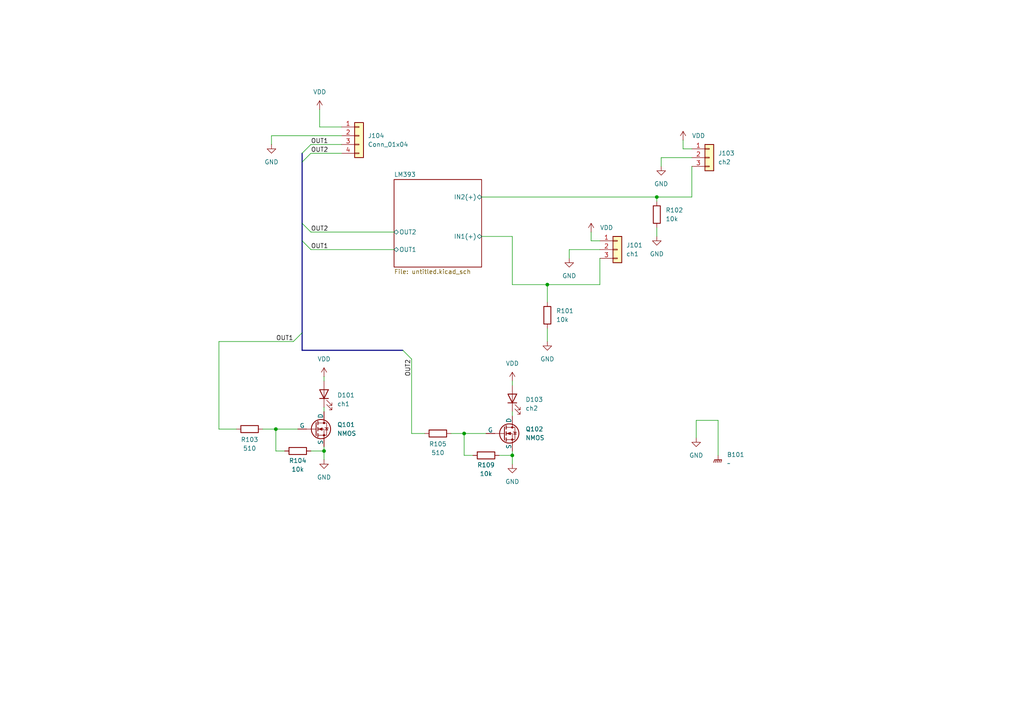
<source format=kicad_sch>
(kicad_sch (version 20250114) (generator "eeschema") (generator_version "9.0")
  (paper "A4")
  (lib_symbols
    (symbol "Connector_Generic:Conn_01x03" (pin_names (offset 1.016) (hide yes))
      (property "Reference" "J" (at 0 5.08 0))
      (property "Value" "Conn_01x03" (at 0 -5.08 0))
      (symbol "Conn_01x03_1_1"
        (rectangle (start -1.27 3.81) (end 1.27 -3.81) (stroke (width 0.254)) (fill (type background)))
        (rectangle (start -1.27 2.667) (end 0 2.413) (stroke (width 0.1524)))
        (rectangle (start -1.27 0.127) (end 0 -0.127) (stroke (width 0.1524)))
        (rectangle (start -1.27 -2.413) (end 0 -2.667) (stroke (width 0.1524)))
        (pin passive line (at -5.08 2.54 0) (length 3.81) (name "Pin_1") (number "1"))
        (pin passive line (at -5.08 0 0) (length 3.81) (name "Pin_2") (number "2"))
        (pin passive line (at -5.08 -2.54 0) (length 3.81) (name "Pin_3") (number "3"))
      )
    )
    (symbol "Connector_Generic:Conn_01x04" (pin_names (offset 1.016) (hide yes))
      (property "Reference" "J" (at 0 5.08 0))
      (property "Value" "Conn_01x04" (at 0 -7.62 0))
      (symbol "Conn_01x04_1_1"
        (rectangle (start -1.27 3.81) (end 1.27 -6.35) (stroke (width 0.254)) (fill (type background)))
        (rectangle (start -1.27 2.667) (end 0 2.413) (stroke (width 0.1524)))
        (rectangle (start -1.27 0.127) (end 0 -0.127) (stroke (width 0.1524)))
        (rectangle (start -1.27 -2.413) (end 0 -2.667) (stroke (width 0.1524)))
        (rectangle (start -1.27 -4.953) (end 0 -5.207) (stroke (width 0.1524)))
        (pin passive line (at -5.08 2.54 0) (length 3.81) (name "Pin_1") (number "1"))
        (pin passive line (at -5.08 0 0) (length 3.81) (name "Pin_2") (number "2"))
        (pin passive line (at -5.08 -2.54 0) (length 3.81) (name "Pin_3") (number "3"))
        (pin passive line (at -5.08 -5.08 0) (length 3.81) (name "Pin_4") (number "4"))
      )
    )
    (symbol "Device:LED" (pin_numbers (hide yes)) (pin_names (offset 1.016) (hide yes))
      (property "Reference" "D" (at 0 2.54 0))
      (property "Value" "LED" (at 0 -2.54 0))
      (symbol "LED_0_1"
        (polyline (pts (xy -3.048 -0.762) (xy -4.572 -2.286) (xy -3.81 -2.286) (xy -4.572 -2.286) (xy -4.572 -1.524)))
        (polyline (pts (xy -1.778 -0.762) (xy -3.302 -2.286) (xy -2.54 -2.286) (xy -3.302 -2.286) (xy -3.302 -1.524)))
        (polyline (pts (xy -1.27 0) (xy 1.27 0)))
        (polyline (pts (xy -1.27 -1.27) (xy -1.27 1.27)) (stroke (width 0.254)))
        (polyline (pts (xy 1.27 -1.27) (xy 1.27 1.27) (xy -1.27 0) (xy 1.27 -1.27)) (stroke (width 0.254)))
      )
      (symbol "LED_1_1"
        (pin passive line (at -3.81 0 0) (length 2.54) (name "K") (number "1"))
        (pin passive line (at 3.81 0 180) (length 2.54) (name "A") (number "2"))
      )
    )
    (symbol "Device:R" (pin_numbers (hide yes)) (pin_names (offset 0))
      (property "Reference" "R" (at 2.032 0 90))
      (property "Value" "R" (at 0 0 90))
      (symbol "R_0_1"
        (rectangle (start -1.016 -2.54) (end 1.016 2.54) (stroke (width 0.254)))
      )
      (symbol "R_1_1"
        (pin passive line (at 0 3.81 270) (length 1.27) (name "~") (number "1"))
        (pin passive line (at 0 -3.81 90) (length 1.27) (name "~") (number "2"))
      )
    )
    (symbol "Simulation_SPICE:NMOS" (pin_numbers (hide yes)) (pin_names (offset 0))
      (property "Reference" "Q" (at 5.08 1.27 0))
      (property "Value" "NMOS" (at 5.08 -1.27 0))
      (symbol "NMOS_0_1"
        (polyline (pts (xy 0.254 1.905) (xy 0.254 -1.905)) (stroke (width 0.254)))
        (polyline (pts (xy 0.254 0) (xy -2.54 0)))
        (polyline (pts (xy 0.762 2.286) (xy 0.762 1.27)) (stroke (width 0.254)))
        (polyline (pts (xy 0.762 0.508) (xy 0.762 -0.508)) (stroke (width 0.254)))
        (polyline (pts (xy 0.762 -1.27) (xy 0.762 -2.286)) (stroke (width 0.254)))
        (polyline (pts (xy 0.762 -1.778) (xy 3.302 -1.778) (xy 3.302 1.778) (xy 0.762 1.778)))
        (polyline (pts (xy 1.016 0) (xy 2.032 0.381) (xy 2.032 -0.381) (xy 1.016 0)) (fill (type outline)))
        (circle (center 1.651 0) (radius 2.794) (stroke (width 0.254)))
        (polyline (pts (xy 2.54 2.54) (xy 2.54 1.778)))
        (circle (center 2.54 1.778) (radius 0.254) (fill (type outline)))
        (circle (center 2.54 -1.778) (radius 0.254) (fill (type outline)))
        (polyline (pts (xy 2.54 -2.54) (xy 2.54 0) (xy 0.762 0)))
        (polyline (pts (xy 2.794 0.508) (xy 2.921 0.381) (xy 3.683 0.381) (xy 3.81 0.254)))
        (polyline (pts (xy 3.302 0.381) (xy 2.921 -0.254) (xy 3.683 -0.254) (xy 3.302 0.381)))
      )
      (symbol "NMOS_1_1"
        (pin input line (at -5.08 0 0) (length 2.54) (name "G") (number "2"))
        (pin passive line (at 2.54 5.08 270) (length 2.54) (name "D") (number "1"))
        (pin passive line (at 2.54 -5.08 90) (length 2.54) (name "S") (number "3"))
      )
    )
    (symbol "WOBCLibrary:Board"
      (property "Reference" "B" (at 0 2.54 0))
      (symbol "Board_0_1"
        (polyline (pts (xy -1.016 -1.27) (xy -1.27 -2.032) (xy -1.27 -2.032)) (stroke (width 0.2032)))
        (polyline (pts (xy -0.508 -1.27) (xy -0.762 -2.032) (xy -0.762 -2.032)) (stroke (width 0.2032)))
        (polyline (pts (xy 0 -1.27) (xy 0 0)))
        (polyline (pts (xy 0 -1.27) (xy -0.254 -2.032) (xy -0.254 -2.032)) (stroke (width 0.2032)))
        (polyline (pts (xy 0.508 -1.27) (xy 0.254 -2.032) (xy 0.254 -2.032)) (stroke (width 0.2032)))
        (polyline (pts (xy 1.016 -1.27) (xy -1.016 -1.27) (xy -1.016 -1.27)) (stroke (width 0.2032)))
        (polyline (pts (xy 1.016 -1.27) (xy 0.762 -2.032) (xy 0.762 -2.032) (xy 0.762 -2.032)) (stroke (width 0.2032)))
      )
      (symbol "Board_1_1"
        (pin power_in line (at 0 0 270) (length 0) (hide yes) (name "GND") (number "GND"))
      )
    )
    (symbol "power:GND" (power) (pin_numbers (hide yes)) (pin_names (offset 0) (hide yes))
      (property "Value" "GND" (at 0 -3.81 0))
      (symbol "GND_0_1"
        (polyline (pts (xy 0 0) (xy 0 -1.27) (xy 1.27 -1.27) (xy 0 -2.54) (xy -1.27 -1.27) (xy 0 -1.27)))
      )
      (symbol "GND_1_1"
        (pin power_in line (at 0 0 270) (length 0) (name "~") (number "1"))
      )
    )
    (symbol "power:VDD" (power) (pin_numbers (hide yes)) (pin_names (offset 0) (hide yes))
      (property "Value" "VDD" (at 0 3.556 0))
      (symbol "VDD_0_1"
        (polyline (pts (xy -0.762 1.27) (xy 0 2.54)))
        (polyline (pts (xy 0 2.54) (xy 0.762 1.27)))
        (polyline (pts (xy 0 0) (xy 0 2.54)))
      )
      (symbol "VDD_1_1"
        (pin power_in line (at 0 0 90) (length 0) (name "~") (number "1"))
      )
    )
  )
  (junction (at 158.75 82.55))
  (junction (at 148.59 132.08))
  (junction (at 134.62 125.73))
  (junction (at 190.5 57.15))
  (junction (at 80.01 124.46))
  (junction (at 93.98 130.81))
  (bus_entry (at 87.63 64.77) (size 2.54 2.54))
  (bus_entry (at 85.09 99.06) (size 2.54 -2.54))
  (bus_entry (at 87.63 44.45) (size 2.54 -2.54))
  (bus_entry (at 87.63 46.99) (size 2.54 -2.54))
  (bus_entry (at 87.63 69.85) (size 2.54 2.54))
  (bus_entry (at 116.84 101.6) (size 2.54 2.54))
  (wire (pts (xy 137.16 132.08) (xy 134.62 132.08)))
  (wire (pts (xy 171.45 69.85) (xy 173.99 69.85)))
  (wire (pts (xy 200.66 48.26) (xy 200.66 57.15)))
  (wire (pts (xy 93.98 129.54) (xy 93.98 130.81)))
  (wire (pts (xy 148.59 119.38) (xy 148.59 120.65)))
  (wire (pts (xy 119.38 104.14) (xy 119.38 125.73)))
  (wire (pts (xy 63.5 124.46) (xy 63.5 99.06)))
  (wire (pts (xy 148.59 110.49) (xy 148.59 111.76)))
  (wire (pts (xy 134.62 132.08) (xy 134.62 125.73)))
  (wire (pts (xy 148.59 130.81) (xy 148.59 132.08)))
  (wire (pts (xy 80.01 130.81) (xy 80.01 124.46)))
  (wire (pts (xy 93.98 110.49) (xy 93.98 109.22)))
  (wire (pts (xy 93.98 130.81) (xy 93.98 133.35)))
  (wire (pts (xy 165.1 74.93) (xy 165.1 72.39)))
  (bus (pts (xy 87.63 44.45) (xy 87.63 46.99)))
  (bus (pts (xy 87.63 69.85) (xy 87.63 96.52)))
  (wire (pts (xy 93.98 118.11) (xy 93.98 119.38)))
  (wire (pts (xy 80.01 124.46) (xy 86.36 124.46)))
  (wire (pts (xy 171.45 67.31) (xy 171.45 69.85)))
  (wire (pts (xy 201.93 121.92) (xy 201.93 127)))
  (wire (pts (xy 200.66 57.15) (xy 190.5 57.15)))
  (wire (pts (xy 158.75 82.55) (xy 173.99 82.55)))
  (bus (pts (xy 87.63 64.77) (xy 87.63 69.85)))
  (wire (pts (xy 134.62 125.73) (xy 140.97 125.73)))
  (wire (pts (xy 158.75 82.55) (xy 158.75 87.63)))
  (wire (pts (xy 148.59 82.55) (xy 158.75 82.55)))
  (wire (pts (xy 139.7 57.15) (xy 190.5 57.15)))
  (wire (pts (xy 191.77 48.26) (xy 191.77 45.72)))
  (wire (pts (xy 90.17 130.81) (xy 93.98 130.81)))
  (wire (pts (xy 148.59 132.08) (xy 148.59 134.62)))
  (wire (pts (xy 198.12 43.18) (xy 200.66 43.18)))
  (wire (pts (xy 139.7 68.58) (xy 148.59 68.58)))
  (wire (pts (xy 63.5 99.06) (xy 85.09 99.06)))
  (wire (pts (xy 208.28 121.92) (xy 201.93 121.92)))
  (wire (pts (xy 130.81 125.73) (xy 134.62 125.73)))
  (wire (pts (xy 76.2 124.46) (xy 80.01 124.46)))
  (wire (pts (xy 99.06 39.37) (xy 78.74 39.37)))
  (wire (pts (xy 191.77 45.72) (xy 200.66 45.72)))
  (wire (pts (xy 92.71 36.83) (xy 99.06 36.83)))
  (wire (pts (xy 78.74 39.37) (xy 78.74 41.91)))
  (wire (pts (xy 92.71 31.75) (xy 92.71 36.83)))
  (wire (pts (xy 198.12 40.64) (xy 198.12 43.18)))
  (wire (pts (xy 90.17 72.39) (xy 114.3 72.39)))
  (wire (pts (xy 165.1 72.39) (xy 173.99 72.39)))
  (wire (pts (xy 63.5 124.46) (xy 68.58 124.46)))
  (wire (pts (xy 148.59 68.58) (xy 148.59 82.55)))
  (wire (pts (xy 90.17 67.31) (xy 114.3 67.31)))
  (bus (pts (xy 87.63 46.99) (xy 87.63 64.77)))
  (bus (pts (xy 87.63 96.52) (xy 87.63 101.6)))
  (wire (pts (xy 90.17 41.91) (xy 99.06 41.91)))
  (wire (pts (xy 144.78 132.08) (xy 148.59 132.08)))
  (wire (pts (xy 208.28 132.08) (xy 208.28 121.92)))
  (bus (pts (xy 87.63 101.6) (xy 116.84 101.6)))
  (wire (pts (xy 119.38 125.73) (xy 123.19 125.73)))
  (wire (pts (xy 90.17 44.45) (xy 99.06 44.45)))
  (wire (pts (xy 173.99 74.93) (xy 173.99 82.55)))
  (wire (pts (xy 190.5 57.15) (xy 190.5 58.42)))
  (wire (pts (xy 158.75 95.25) (xy 158.75 99.06)))
  (wire (pts (xy 82.55 130.81) (xy 80.01 130.81)))
  (wire (pts (xy 190.5 66.04) (xy 190.5 68.58)))
  (label "OUT2" (at 119.38 104.14 270))
  (label "OUT2" (at 90.17 44.45 0))
  (label "OUT1" (at 90.17 72.39 0))
  (label "OUT1" (at 85.09 99.06 180))
  (label "OUT2" (at 90.17 67.31 0))
  (label "OUT1" (at 90.17 41.91 0))
  (symbol (lib_id "Device:LED") (at 148.59 115.57 90) (unit 1)
    (property "Reference" "D103" (at 152.4 115.8874 90) (effects (justify right)))
    (property "Value" "ch2" (at 152.4 118.4274 90) (effects (justify right)))
    (property "Footprint" "LED_SMD:LED_0805_2012Metric" (effects (hide yes)))
    (property "Description" "Light emitting diode" (effects (hide yes)))
    (property "Sim.Pins" "1=K 2=A" (effects (hide yes)))
  )
  (symbol (lib_id "power:GND") (at 191.77 48.26 0) (unit 1)
    (property "Reference" "#PWR0104" (effects (hide yes)))
    (property "Value" "GND" (at 191.77 53.34 0))
    (property "Description" "Power symbol creates a global label with name \"GND\" , ground" (effects (hide yes)))
  )
  (symbol (lib_id "power:VDD") (at 198.12 40.64 0) (unit 1)
    (property "Reference" "#PWR0107" (effects (hide yes)))
    (property "Value" "VDD" (at 200.66 39.3699 0) (effects (justify left)))
    (property "Description" "Power symbol creates a global label with name \"VDD\"" (effects (hide yes)))
  )
  (symbol (lib_id "power:GND") (at 165.1 74.93 0) (unit 1)
    (property "Reference" "#PWR0103" (effects (hide yes)))
    (property "Value" "GND" (at 165.1 80.01 0))
    (property "Description" "Power symbol creates a global label with name \"GND\" , ground" (effects (hide yes)))
  )
  (symbol (lib_id "power:GND") (at 190.5 68.58 0) (unit 1)
    (property "Reference" "#PWR0109" (effects (hide yes)))
    (property "Value" "GND" (at 190.5 73.66 0))
    (property "Description" "Power symbol creates a global label with name \"GND\" , ground" (effects (hide yes)))
  )
  (symbol (lib_id "power:VDD") (at 93.98 109.22 0) (unit 1)
    (property "Reference" "#PWR0106" (effects (hide yes)))
    (property "Value" "VDD" (at 93.98 104.14 0))
    (property "Description" "Power symbol creates a global label with name \"VDD\"" (effects (hide yes)))
  )
  (symbol (lib_id "Device:R") (at 72.39 124.46 90) (unit 1)
    (property "Reference" "R103" (at 72.39 127.508 90))
    (property "Value" "510" (at 72.39 130.048 90))
    (property "Footprint" "Resistor_SMD:R_0402_1005Metric" (effects (hide yes)))
    (property "Description" "Resistor" (effects (hide yes)))
  )
  (symbol (lib_id "power:VDD") (at 92.71 31.75 0) (unit 1)
    (property "Reference" "#PWR0111" (effects (hide yes)))
    (property "Value" "VDD" (at 92.71 26.67 0))
    (property "Description" "Power symbol creates a global label with name \"VDD\"" (effects (hide yes)))
  )
  (symbol (lib_id "Connector_Generic:Conn_01x03") (at 179.07 72.39 0) (unit 1)
    (property "Reference" "J101" (at 181.61 71.1199 0) (effects (justify left)))
    (property "Value" "ch1" (at 181.61 73.6599 0) (effects (justify left)))
    (property "Footprint" "Connector_JST:JST_PH_B3B-PH-K_1x03_P2.00mm_Vertical" (effects (hide yes)))
    (property "Description" "Generic connector, single row, 01x03, script generated (kicad-library-utils/schlib/autogen/connector/)" (effects (hide yes)))
  )
  (symbol (lib_id "Connector_Generic:Conn_01x04") (at 104.14 39.37 0) (unit 1)
    (property "Reference" "J104" (at 106.68 39.3699 0) (effects (justify left)))
    (property "Value" "Conn_01x04" (at 106.68 41.9099 0) (effects (justify left)))
    (property "Footprint" "Connector_JST:JST_XH_S4B-XH-A_1x04_P2.50mm_Horizontal" (effects (hide yes)))
    (property "Description" "Generic connector, single row, 01x04, script generated (kicad-library-utils/schlib/autogen/connector/)" (effects (hide yes)))
  )
  (symbol (lib_id "Device:R") (at 190.5 62.23 0) (unit 1)
    (property "Reference" "R102" (at 193.04 60.9599 0) (effects (justify left)))
    (property "Value" "10k" (at 193.04 63.4999 0) (effects (justify left)))
    (property "Footprint" "Resistor_SMD:R_0402_1005Metric" (effects (hide yes)))
    (property "Description" "Resistor" (effects (hide yes)))
  )
  (symbol (lib_id "power:GND") (at 93.98 133.35 0) (unit 1)
    (property "Reference" "#PWR0105" (effects (hide yes)))
    (property "Value" "GND" (at 93.98 138.43 0))
    (property "Description" "Power symbol creates a global label with name \"GND\" , ground" (effects (hide yes)))
  )
  (symbol (lib_id "WOBCLibrary:Board") (at 208.28 132.08 0) (unit 1)
    (property "Reference" "B101" (at 210.82 131.8767 0) (effects (justify left)))
    (property "Value" "~" (at 210.82 134.4167 0) (effects (justify left)))
    (property "Footprint" "WOBCLibrary:Board_1U_60x60" (effects (hide yes)))
  )
  (symbol (lib_id "Connector_Generic:Conn_01x03") (at 205.74 45.72 0) (unit 1)
    (property "Reference" "J103" (at 208.28 44.4499 0) (effects (justify left)))
    (property "Value" "ch2" (at 208.28 46.9899 0) (effects (justify left)))
    (property "Footprint" "Connector_JST:JST_PH_B3B-PH-K_1x03_P2.00mm_Vertical" (effects (hide yes)))
    (property "Description" "Generic connector, single row, 01x03, script generated (kicad-library-utils/schlib/autogen/connector/)" (effects (hide yes)))
  )
  (symbol (lib_id "Device:R") (at 127 125.73 90) (unit 1)
    (property "Reference" "R105" (at 127 128.778 90))
    (property "Value" "510" (at 127 131.318 90))
    (property "Footprint" "Resistor_SMD:R_0402_1005Metric" (effects (hide yes)))
    (property "Description" "Resistor" (effects (hide yes)))
  )
  (symbol (lib_id "power:GND") (at 158.75 99.06 0) (unit 1)
    (property "Reference" "#PWR0108" (effects (hide yes)))
    (property "Value" "GND" (at 158.75 104.14 0))
    (property "Description" "Power symbol creates a global label with name \"GND\" , ground" (effects (hide yes)))
  )
  (symbol (lib_id "power:GND") (at 148.59 134.62 0) (unit 1)
    (property "Reference" "#PWR0113" (effects (hide yes)))
    (property "Value" "GND" (at 148.59 139.7 0))
    (property "Description" "Power symbol creates a global label with name \"GND\" , ground" (effects (hide yes)))
  )
  (symbol (lib_id "Device:LED") (at 93.98 114.3 90) (unit 1)
    (property "Reference" "D101" (at 97.79 114.6174 90) (effects (justify right)))
    (property "Value" "ch1" (at 97.79 117.1574 90) (effects (justify right)))
    (property "Footprint" "LED_SMD:LED_0805_2012Metric" (effects (hide yes)))
    (property "Description" "Light emitting diode" (effects (hide yes)))
    (property "Sim.Pins" "1=K 2=A" (effects (hide yes)))
  )
  (symbol (lib_id "Device:R") (at 86.36 130.81 90) (unit 1)
    (property "Reference" "R104" (at 86.36 133.604 90))
    (property "Value" "10k" (at 86.36 136.144 90))
    (property "Footprint" "Resistor_SMD:R_0402_1005Metric" (effects (hide yes)))
    (property "Description" "Resistor" (effects (hide yes)))
  )
  (symbol (lib_id "Simulation_SPICE:NMOS") (at 91.44 124.46 0) (unit 1)
    (property "Reference" "Q101" (at 97.79 123.1899 0) (effects (justify left)))
    (property "Value" "NMOS" (at 97.79 125.7299 0) (effects (justify left)))
    (property "Footprint" "Package_TO_SOT_SMD:TSOT-23" (effects (hide yes)))
    (property "Datasheet" "https://ngspice.sourceforge.io/docs/ngspice-html-manual/manual.xhtml#cha_MOSFETs" (effects (hide yes)))
    (property "Description" "N-MOSFET transistor, drain/source/gate" (effects (hide yes)))
    (property "Sim.Device" "NMOS" (effects (hide yes)))
    (property "Sim.Type" "VDMOS" (effects (hide yes)))
    (property "Sim.Pins" "1=D 2=G 3=S" (effects (hide yes)))
  )
  (symbol (lib_id "power:VDD") (at 148.59 110.49 0) (unit 1)
    (property "Reference" "#PWR0112" (effects (hide yes)))
    (property "Value" "VDD" (at 148.59 105.41 0))
    (property "Description" "Power symbol creates a global label with name \"VDD\"" (effects (hide yes)))
  )
  (symbol (lib_id "power:GND") (at 78.74 41.91 0) (unit 1)
    (property "Reference" "#PWR0110" (effects (hide yes)))
    (property "Value" "GND" (at 78.74 46.99 0))
    (property "Description" "Power symbol creates a global label with name \"GND\" , ground" (effects (hide yes)))
  )
  (symbol (lib_id "Simulation_SPICE:NMOS") (at 146.05 125.73 0) (unit 1)
    (property "Reference" "Q102" (at 152.4 124.4599 0) (effects (justify left)))
    (property "Value" "NMOS" (at 152.4 126.9999 0) (effects (justify left)))
    (property "Footprint" "Package_TO_SOT_SMD:TSOT-23" (effects (hide yes)))
    (property "Datasheet" "https://ngspice.sourceforge.io/docs/ngspice-html-manual/manual.xhtml#cha_MOSFETs" (effects (hide yes)))
    (property "Description" "N-MOSFET transistor, drain/source/gate" (effects (hide yes)))
    (property "Sim.Device" "NMOS" (effects (hide yes)))
    (property "Sim.Type" "VDMOS" (effects (hide yes)))
    (property "Sim.Pins" "1=D 2=G 3=S" (effects (hide yes)))
  )
  (symbol (lib_id "Device:R") (at 158.75 91.44 0) (unit 1)
    (property "Reference" "R101" (at 161.29 90.1699 0) (effects (justify left)))
    (property "Value" "10k" (at 161.29 92.7099 0) (effects (justify left)))
    (property "Footprint" "Resistor_SMD:R_0402_1005Metric" (effects (hide yes)))
    (property "Description" "Resistor" (effects (hide yes)))
  )
  (symbol (lib_id "Device:R") (at 140.97 132.08 90) (unit 1)
    (property "Reference" "R109" (at 140.97 134.874 90))
    (property "Value" "10k" (at 140.97 137.414 90))
    (property "Footprint" "Resistor_SMD:R_0402_1005Metric" (effects (hide yes)))
    (property "Description" "Resistor" (effects (hide yes)))
  )
  (symbol (lib_id "power:VDD") (at 171.45 67.31 0) (unit 1)
    (property "Reference" "#PWR0101" (effects (hide yes)))
    (property "Value" "VDD" (at 173.99 66.0399 0) (effects (justify left)))
    (property "Description" "Power symbol creates a global label with name \"VDD\"" (effects (hide yes)))
  )
  (symbol (lib_id "power:GND") (at 201.93 127 0) (unit 1)
    (property "Reference" "#PWR0114" (effects (hide yes)))
    (property "Value" "GND" (at 201.93 132.08 0))
    (property "Description" "Power symbol creates a global label with name \"GND\" , ground" (effects (hide yes)))
  )
  (sheet (at 114.3 52.07) (size 25.4 25.4) (stroke (width 0.1524))
    (property "Sheetname" "LM393" (at 114.3 51.3584 0) (effects (justify left bottom)))
    (property "Sheetfile" "untitled.kicad_sch" (at 114.3 78.0546 0) (effects (justify left top)))
    (pin "IN1(+)" bidirectional (at 139.7 68.58 0))
    (pin "IN2(+)" bidirectional (at 139.7 57.15 0))
    (pin "OUT1" bidirectional (at 114.3 72.39 180))
    (pin "OUT2" bidirectional (at 114.3 67.31 180))
  )
)
</source>
